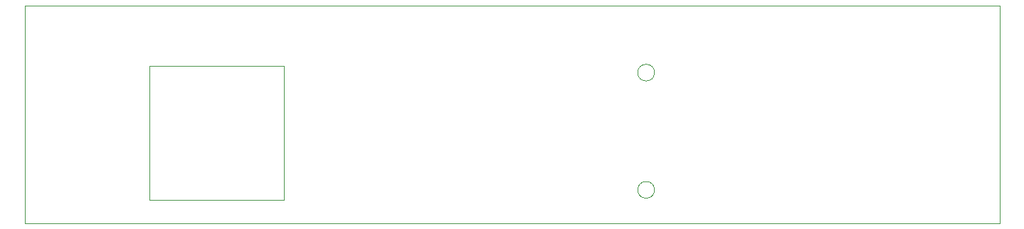
<source format=gbr>
%TF.GenerationSoftware,KiCad,Pcbnew,9.0.4*%
%TF.CreationDate,2025-09-11T11:59:47+05:30*%
%TF.ProjectId,DimLED,44696d4c-4544-42e6-9b69-6361645f7063,Mark II.B*%
%TF.SameCoordinates,Original*%
%TF.FileFunction,Profile,NP*%
%FSLAX46Y46*%
G04 Gerber Fmt 4.6, Leading zero omitted, Abs format (unit mm)*
G04 Created by KiCad (PCBNEW 9.0.4) date 2025-09-11 11:59:47*
%MOMM*%
%LPD*%
G01*
G04 APERTURE LIST*
%TA.AperFunction,Profile*%
%ADD10C,0.050000*%
%TD*%
G04 APERTURE END LIST*
D10*
X83750000Y-87250000D02*
X199750000Y-87250000D01*
X199750000Y-113250000D01*
X83750000Y-113250000D01*
X83750000Y-87250000D01*
%TO.C,U1*%
X98600000Y-94425000D02*
X114600000Y-94425000D01*
X114600000Y-110425000D01*
X98600000Y-110425000D01*
X98600000Y-94425000D01*
%TO.C,U3*%
X158700000Y-95250000D02*
G75*
G02*
X156700000Y-95250000I-1000000J0D01*
G01*
X156700000Y-95250000D02*
G75*
G02*
X158700000Y-95250000I1000000J0D01*
G01*
X158700000Y-109250000D02*
G75*
G02*
X156700000Y-109250000I-1000000J0D01*
G01*
X156700000Y-109250000D02*
G75*
G02*
X158700000Y-109250000I1000000J0D01*
G01*
%TD*%
M02*

</source>
